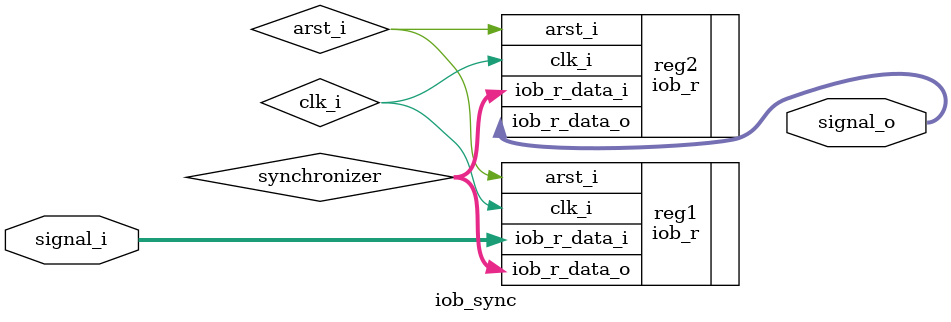
<source format=v>

`timescale 1ns / 1ps

module iob_sync #(
   parameter DATA_W  = 21,
   parameter RST_VAL = {DATA_W{1'b0}}
) (
   `include "clk_rst_s_port.vs"
   input  [DATA_W-1:0] signal_i,
   output [DATA_W-1:0] signal_o
);

   wire [DATA_W-1:0] synchronizer;

   iob_r #(
      .DATA_W (DATA_W),
      .RST_VAL(RST_VAL)
   ) reg1 (
      .clk_i       (clk_i),
      .arst_i      (arst_i),
      .iob_r_data_i(signal_i),
      .iob_r_data_o(synchronizer)
   );

   iob_r #(
      .DATA_W (DATA_W),
      .RST_VAL(RST_VAL)
   ) reg2 (
      .clk_i       (clk_i),
      .arst_i      (arst_i),
      .iob_r_data_i(synchronizer),
      .iob_r_data_o(signal_o)
   );

endmodule

</source>
